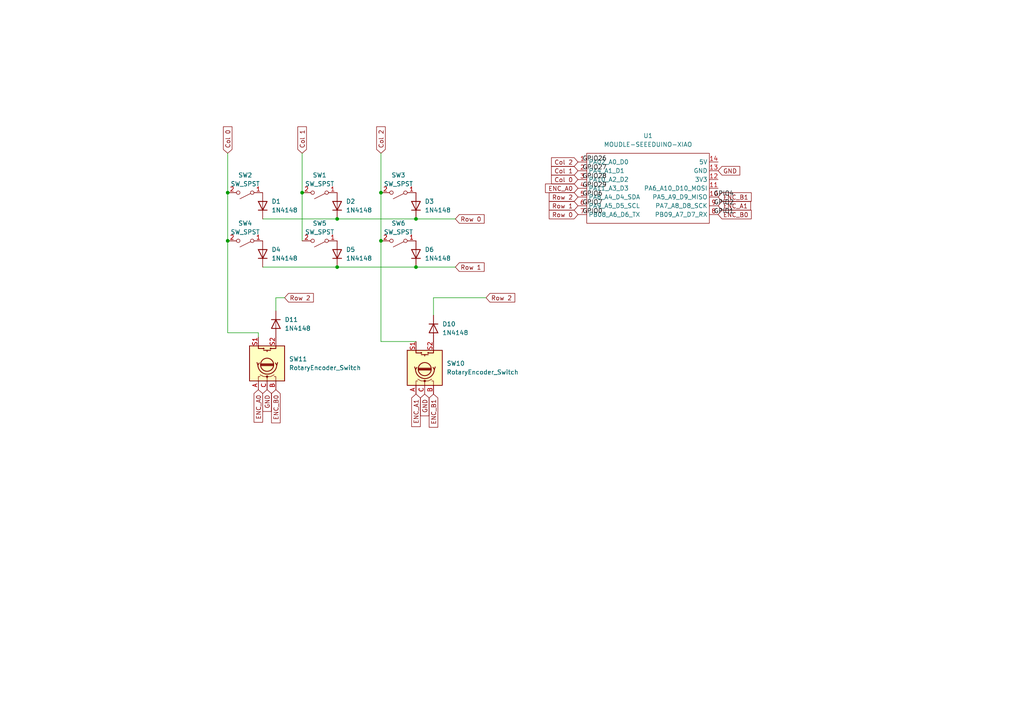
<source format=kicad_sch>
(kicad_sch (version 20230121) (generator eeschema)
  (paper "A4")
  (lib_symbols
    (symbol "Device:RotaryEncoder_Switch" (pin_names (offset 0.254) hide)
      (property "Reference" "SW" (at 0 6.604 0))
      (property "Value" "RotaryEncoder_Switch" (at 0 -6.604 0))
      (symbol "RotaryEncoder_Switch_0_1"
        (rectangle (start -5.08 5.08) (end 5.08 -5.08) (stroke (width 0.254)) (fill (type background)))
        (circle (center -3.81 0) (radius 0.254) (fill (type outline)))
        (circle (center -0.381 0) (radius 1.905) (stroke (width 0.254)))
        (arc (start -0.381 2.667) (mid -3.0988 -0.0635) (end -0.381 -2.794) (stroke (width 0.254)))
        (polyline (pts (xy -0.635 -1.778) (xy -0.635 1.778)) (stroke (width 0.254)))
        (polyline (pts (xy -0.381 -1.778) (xy -0.381 1.778)) (stroke (width 0.254)))
        (polyline (pts (xy -0.127 1.778) (xy -0.127 -1.778)) (stroke (width 0.254)))
        (polyline (pts (xy 3.81 0) (xy 3.429 0)) (stroke (width 0.254)))
        (polyline (pts (xy 3.81 1.016) (xy 3.81 -1.016)) (stroke (width 0.254)))
        (polyline (pts (xy -5.08 -2.54) (xy -3.81 -2.54) (xy -3.81 -2.032)))
        (polyline (pts (xy -5.08 2.54) (xy -3.81 2.54) (xy -3.81 2.032)))
        (polyline (pts (xy 0.254 -3.048) (xy -0.508 -2.794) (xy 0.127 -2.413)) (stroke (width 0.254)))
        (polyline (pts (xy 0.254 2.921) (xy -0.508 2.667) (xy 0.127 2.286)) (stroke (width 0.254)))
        (polyline (pts (xy 5.08 -2.54) (xy 4.318 -2.54) (xy 4.318 -1.016)) (stroke (width 0.254)))
        (polyline (pts (xy 5.08 2.54) (xy 4.318 2.54) (xy 4.318 1.016)) (stroke (width 0.254)))
        (polyline (pts (xy -5.08 0) (xy -3.81 0) (xy -3.81 -1.016) (xy -3.302 -2.032)))
        (polyline (pts (xy -4.318 0) (xy -3.81 0) (xy -3.81 1.016) (xy -3.302 2.032)))
        (circle (center 4.318 -1.016) (radius 0.127) (stroke (width 0.254)))
        (circle (center 4.318 1.016) (radius 0.127) (stroke (width 0.254)))
      )
      (symbol "RotaryEncoder_Switch_1_1"
        (pin passive line (at -7.62 2.54 0) (length 2.54) (name "A") (number "A"))
        (pin passive line (at -7.62 -2.54 0) (length 2.54) (name "B") (number "B"))
        (pin passive line (at -7.62 0 0) (length 2.54) (name "C") (number "C"))
        (pin passive line (at 7.62 2.54 180) (length 2.54) (name "S1") (number "S1"))
        (pin passive line (at 7.62 -2.54 180) (length 2.54) (name "S2") (number "S2"))
      )
    )
    (symbol "Diode:1N4148" (pin_numbers hide) (pin_names hide)
      (property "Reference" "D" (at 0 2.54 0))
      (property "Value" "1N4148" (at 0 -2.54 0))
      (symbol "1N4148_0_1"
        (polyline (pts (xy -1.27 1.27) (xy -1.27 -1.27)) (stroke (width 0.254)))
        (polyline (pts (xy 1.27 0) (xy -1.27 0)))
        (polyline (pts (xy 1.27 1.27) (xy 1.27 -1.27) (xy -1.27 0) (xy 1.27 1.27)) (stroke (width 0.254)))
      )
      (symbol "1N4148_1_1"
        (pin passive line (at -3.81 0 0) (length 2.54) (name "K") (number "1"))
        (pin passive line (at 3.81 0 180) (length 2.54) (name "A") (number "2"))
      )
    )
    (symbol "MacropadPCB:MOUDLE-SEEEDUINO-XIAO"
      (property "Reference" "U" (at -16.51 11.43 0))
      (property "Value" "MOUDLE-SEEEDUINO-XIAO" (at -3.81 -11.43 0))
      (symbol "MOUDLE-SEEEDUINO-XIAO_0_1"
        (rectangle (start -16.51 10.16) (end 19.05 -10.16))
      )
      (symbol "MOUDLE-SEEEDUINO-XIAO_1_1"
        (pin passive line (at -19.05 7.62 0) (length 2.54) (name "PA02_A0_D0") (number "1"))
        (pin passive line (at 21.59 -2.54 180) (length 2.54) (name "PA5_A9_D9_MISO") (number "10"))
        (pin passive line (at 21.59 0 180) (length 2.54) (name "PA6_A10_D10_MOSI") (number "11"))
        (pin passive line (at 21.59 2.54 180) (length 2.54) (name "3V3") (number "12"))
        (pin passive line (at 21.59 5.08 180) (length 2.54) (name "GND") (number "13"))
        (pin passive line (at 21.59 7.62 180) (length 2.54) (name "5V") (number "14"))
        (pin passive line (at -19.05 5.08 0) (length 2.54) (name "PA4_A1_D1") (number "2"))
        (pin passive line (at -19.05 2.54 0) (length 2.54) (name "PA10_A2_D2") (number "3"))
        (pin passive line (at -19.05 0 0) (length 2.54) (name "PA11_A3_D3") (number "4"))
        (pin passive line (at -19.05 -2.54 0) (length 2.54) (name "PA8_A4_D4_SDA") (number "5"))
        (pin passive line (at -19.05 -5.08 0) (length 2.54) (name "PA9_A5_D5_SCL") (number "6"))
        (pin passive line (at -19.05 -7.62 0) (length 2.54) (name "PB08_A6_D6_TX") (number "7"))
        (pin passive line (at 21.59 -7.62 180) (length 2.54) (name "PB09_A7_D7_RX") (number "8"))
        (pin passive line (at 21.59 -5.08 180) (length 2.54) (name "PA7_A8_D8_SCK") (number "9"))
      )
    )
    (symbol "Switch:SW_SPST" (pin_names (offset 0) hide)
      (property "Reference" "SW" (at 0 3.175 0))
      (property "Value" "SW_SPST" (at 0 -2.54 0))
      (symbol "SW_SPST_0_0"
        (circle (center -2.032 0) (radius 0.508))
        (polyline (pts (xy -1.524 0.254) (xy 1.524 1.778)))
        (circle (center 2.032 0) (radius 0.508))
      )
      (symbol "SW_SPST_1_1"
        (pin passive line (at -5.08 0 0) (length 2.54) (name "A") (number "1"))
        (pin passive line (at 5.08 0 180) (length 2.54) (name "B") (number "2"))
      )
    )
  )
  (junction (at 97.79 77.47))
  (junction (at 120.65 63.5))
  (junction (at 120.65 77.47))
  (junction (at 87.63 55.88))
  (junction (at 66.04 55.88))
  (junction (at 110.49 55.88))
  (junction (at 97.79 63.5))
  (junction (at 66.04 69.85))
  (junction (at 110.49 69.85))
  (wire (pts (xy 66.04 96.52) (xy 74.93 96.52)))
  (wire (pts (xy 76.2 63.5) (xy 97.79 63.5)))
  (wire (pts (xy 80.01 90.17) (xy 80.01 86.36)))
  (wire (pts (xy 97.79 77.47) (xy 120.65 77.47)))
  (wire (pts (xy 66.04 44.45) (xy 66.04 55.88)))
  (wire (pts (xy 66.04 55.88) (xy 66.04 69.85)))
  (wire (pts (xy 110.49 69.85) (xy 110.49 99.06)))
  (wire (pts (xy 120.65 63.5) (xy 132.08 63.5)))
  (wire (pts (xy 110.49 55.88) (xy 110.49 69.85)))
  (wire (pts (xy 125.73 91.44) (xy 125.73 86.36)))
  (wire (pts (xy 80.01 86.36) (xy 82.55 86.36)))
  (wire (pts (xy 120.65 77.47) (xy 132.08 77.47)))
  (wire (pts (xy 125.73 86.36) (xy 140.97 86.36)))
  (wire (pts (xy 110.49 99.06) (xy 120.65 99.06)))
  (wire (pts (xy 87.63 44.45) (xy 87.63 55.88)))
  (wire (pts (xy 74.93 96.52) (xy 74.93 97.79)))
  (wire (pts (xy 97.79 63.5) (xy 120.65 63.5)))
  (wire (pts (xy 66.04 69.85) (xy 66.04 96.52)))
  (wire (pts (xy 87.63 55.88) (xy 87.63 69.85)))
  (wire (pts (xy 110.49 44.45) (xy 110.49 55.88)))
  (wire (pts (xy 76.2 77.47) (xy 97.79 77.47)))
  (label "GPIO2" (at 207.01 59.69 0))
  (label "GPIO4" (at 207.01 57.15 0))
  (label "GPIO28" (at 168.91 52.07 0))
  (label "GPIO7" (at 168.91 59.69 0))
  (label "GPIO27" (at 168.91 49.53 0))
  (label "GPIO26" (at 168.91 46.99 0))
  (label "GPIO29" (at 168.91 54.61 0))
  (label "GPIO0" (at 168.91 62.23 0))
  (label "GPIO1" (at 207.01 62.23 0))
  (label "GPIO6" (at 168.91 57.15 0))
  (global_label "Row 0" (shape input) (at 132.08 63.5 0) (property "Intersheetrefs" "${INTERSHEET_REFS}" (effects hide)))
  (global_label "GND" (shape input) (at 77.47 113.03 270) (property "Intersheetrefs" "${INTERSHEET_REFS}" (effects hide)))
  (global_label "ENC_A0" (shape input) (at 74.93 113.03 270) (property "Intersheetrefs" "${INTERSHEET_REFS}" (effects hide)))
  (global_label "GND" (shape input) (at 208.28 49.53 0) (property "Intersheetrefs" "${INTERSHEET_REFS}" (effects hide)))
  (global_label "ENC_A0" (shape input) (at 167.64 54.61 180) (property "Intersheetrefs" "${INTERSHEET_REFS}" (effects hide)))
  (global_label "Col 1" (shape input) (at 167.64 49.53 180) (property "Intersheetrefs" "${INTERSHEET_REFS}" (effects hide)))
  (global_label "ENC_A1" (shape input) (at 208.28 59.69 0) (property "Intersheetrefs" "${INTERSHEET_REFS}" (effects hide)))
  (global_label "Col 0" (shape input) (at 66.04 44.45 90) (property "Intersheetrefs" "${INTERSHEET_REFS}" (effects hide)))
  (global_label "Row 0" (shape input) (at 167.64 62.23 180) (property "Intersheetrefs" "${INTERSHEET_REFS}" (effects hide)))
  (global_label "Col 0" (shape input) (at 167.64 52.07 180) (property "Intersheetrefs" "${INTERSHEET_REFS}" (effects hide)))
  (global_label "ENC_B0" (shape input) (at 80.01 113.03 270) (property "Intersheetrefs" "${INTERSHEET_REFS}" (effects hide)))
  (global_label "Row 2" (shape input) (at 140.97 86.36 0) (property "Intersheetrefs" "${INTERSHEET_REFS}" (effects hide)))
  (global_label "Col 1" (shape input) (at 87.63 44.45 90) (property "Intersheetrefs" "${INTERSHEET_REFS}" (effects hide)))
  (global_label "Col 2" (shape input) (at 167.64 46.99 180) (property "Intersheetrefs" "${INTERSHEET_REFS}" (effects hide)))
  (global_label "Row 1" (shape input) (at 167.64 59.69 180) (property "Intersheetrefs" "${INTERSHEET_REFS}" (effects hide)))
  (global_label "ENC_B0" (shape input) (at 208.28 62.23 0) (property "Intersheetrefs" "${INTERSHEET_REFS}" (effects hide)))
  (global_label "GND" (shape input) (at 123.19 114.3 270) (property "Intersheetrefs" "${INTERSHEET_REFS}" (effects hide)))
  (global_label "Row 2" (shape input) (at 82.55 86.36 0) (property "Intersheetrefs" "${INTERSHEET_REFS}" (effects hide)))
  (global_label "ENC_B1" (shape input) (at 208.28 57.15 0) (property "Intersheetrefs" "${INTERSHEET_REFS}" (effects hide)))
  (global_label "Row 1" (shape input) (at 132.08 77.47 0) (property "Intersheetrefs" "${INTERSHEET_REFS}" (effects hide)))
  (global_label "Row 2" (shape input) (at 167.64 57.15 180) (property "Intersheetrefs" "${INTERSHEET_REFS}" (effects hide)))
  (global_label "Col 2" (shape input) (at 110.49 44.45 90) (property "Intersheetrefs" "${INTERSHEET_REFS}" (effects hide)))
  (global_label "ENC_B1" (shape input) (at 125.73 114.3 270) (property "Intersheetrefs" "${INTERSHEET_REFS}" (effects hide)))
  (global_label "ENC_A1" (shape input) (at 120.65 114.3 270) (property "Intersheetrefs" "${INTERSHEET_REFS}" (effects hide)))
  (symbol (lib_id "Switch:SW_SPST") (at 92.71 69.85 180) (unit 1)
    (property "Reference" "SW5" (at 92.71 64.77 0))
    (property "Value" "SW_SPST" (at 92.71 67.31 0))
    (property "Footprint" "Button_Switch_Keyboard:SW_Cherry_MX_1.00u_PCB" (effects hide))
  )
  (symbol (lib_id "Diode:1N4148") (at 76.2 59.69 90) (unit 1)
    (property "Reference" "D1" (at 78.74 58.42 90) (effects (justify right)))
    (property "Value" "1N4148" (at 78.74 60.96 90) (effects (justify right)))
    (property "Footprint" "Diode_THT:D_DO-35_SOD27_P7.62mm_Horizontal" (effects hide))
    (property "Datasheet" "https://assets.nexperia.com/documents/data-sheet/1N4148_1N4448.pdf" (effects hide))
    (property "Sim.Device" "D" (effects hide))
    (property "Sim.Pins" "1=K 2=A" (effects hide))
  )
  (symbol (lib_id "Switch:SW_SPST") (at 71.12 69.85 180) (unit 1)
    (property "Reference" "SW4" (at 71.12 64.77 0))
    (property "Value" "SW_SPST" (at 71.12 67.31 0))
    (property "Footprint" "Button_Switch_Keyboard:SW_Cherry_MX_1.00u_PCB" (effects hide))
  )
  (symbol (lib_id "Device:RotaryEncoder_Switch") (at 77.47 105.41 90) (unit 1)
    (property "Reference" "SW11" (at 83.82 104.14 90) (effects (justify right)))
    (property "Value" "RotaryEncoder_Switch" (at 83.82 106.68 90) (effects (justify right)))
    (property "Footprint" "Rotary_Encoder:RotaryEncoder_Alps_EC11E-Switch_Vertical_H20mm" (effects hide))
  )
  (symbol (lib_id "Diode:1N4148") (at 120.65 59.69 90) (unit 1)
    (property "Reference" "D3" (at 123.19 58.42 90) (effects (justify right)))
    (property "Value" "1N4148" (at 123.19 60.96 90) (effects (justify right)))
    (property "Footprint" "Diode_THT:D_DO-35_SOD27_P7.62mm_Horizontal" (effects hide))
    (property "Datasheet" "https://assets.nexperia.com/documents/data-sheet/1N4148_1N4448.pdf" (effects hide))
    (property "Sim.Device" "D" (effects hide))
    (property "Sim.Pins" "1=K 2=A" (effects hide))
  )
  (symbol (lib_id "Switch:SW_SPST") (at 115.57 69.85 180) (unit 1)
    (property "Reference" "SW6" (at 115.57 64.77 0))
    (property "Value" "SW_SPST" (at 115.57 67.31 0))
    (property "Footprint" "Button_Switch_Keyboard:SW_Cherry_MX_1.00u_PCB" (effects hide))
  )
  (symbol (lib_id "MacropadPCB:MOUDLE-SEEEDUINO-XIAO") (at 186.69 54.61 0) (unit 1)
    (property "Reference" "U1" (at 187.96 39.37 0))
    (property "Value" "MOUDLE-SEEEDUINO-XIAO" (at 187.96 41.91 0))
    (property "Footprint" "MacropadPCB:MOUDLE14P-SMD-2.54-21X17.8MM" (effects hide))
  )
  (symbol (lib_id "Diode:1N4148") (at 125.73 95.25 270) (unit 1)
    (property "Reference" "D10" (at 128.27 93.98 90) (effects (justify left)))
    (property "Value" "1N4148" (at 128.27 96.52 90) (effects (justify left)))
    (property "Footprint" "Diode_THT:D_DO-35_SOD27_P7.62mm_Horizontal" (effects hide))
    (property "Datasheet" "https://assets.nexperia.com/documents/data-sheet/1N4148_1N4448.pdf" (effects hide))
    (property "Sim.Device" "D" (effects hide))
    (property "Sim.Pins" "1=K 2=A" (effects hide))
  )
  (symbol (lib_id "Diode:1N4148") (at 97.79 73.66 90) (unit 1)
    (property "Reference" "D5" (at 100.33 72.39 90) (effects (justify right)))
    (property "Value" "1N4148" (at 100.33 74.93 90) (effects (justify right)))
    (property "Footprint" "Diode_THT:D_DO-35_SOD27_P7.62mm_Horizontal" (effects hide))
    (property "Datasheet" "https://assets.nexperia.com/documents/data-sheet/1N4148_1N4448.pdf" (effects hide))
    (property "Sim.Device" "D" (effects hide))
    (property "Sim.Pins" "1=K 2=A" (effects hide))
  )
  (symbol (lib_id "Switch:SW_SPST") (at 92.71 55.88 180) (unit 1)
    (property "Reference" "SW1" (at 92.71 50.8 0))
    (property "Value" "SW_SPST" (at 92.71 53.34 0))
    (property "Footprint" "Button_Switch_Keyboard:SW_Cherry_MX_1.00u_PCB" (effects hide))
  )
  (symbol (lib_id "Diode:1N4148") (at 97.79 59.69 90) (unit 1)
    (property "Reference" "D2" (at 100.33 58.42 90) (effects (justify right)))
    (property "Value" "1N4148" (at 100.33 60.96 90) (effects (justify right)))
    (property "Footprint" "Diode_THT:D_DO-35_SOD27_P7.62mm_Horizontal" (effects hide))
    (property "Datasheet" "https://assets.nexperia.com/documents/data-sheet/1N4148_1N4448.pdf" (effects hide))
    (property "Sim.Device" "D" (effects hide))
    (property "Sim.Pins" "1=K 2=A" (effects hide))
  )
  (symbol (lib_id "Diode:1N4148") (at 76.2 73.66 90) (unit 1)
    (property "Reference" "D4" (at 78.74 72.39 90) (effects (justify right)))
    (property "Value" "1N4148" (at 78.74 74.93 90) (effects (justify right)))
    (property "Footprint" "Diode_THT:D_DO-35_SOD27_P7.62mm_Horizontal" (effects hide))
    (property "Datasheet" "https://assets.nexperia.com/documents/data-sheet/1N4148_1N4448.pdf" (effects hide))
    (property "Sim.Device" "D" (effects hide))
    (property "Sim.Pins" "1=K 2=A" (effects hide))
  )
  (symbol (lib_id "Switch:SW_SPST") (at 115.57 55.88 180) (unit 1)
    (property "Reference" "SW3" (at 115.57 50.8 0))
    (property "Value" "SW_SPST" (at 115.57 53.34 0))
    (property "Footprint" "Button_Switch_Keyboard:SW_Cherry_MX_1.00u_PCB" (effects hide))
  )
  (symbol (lib_id "Switch:SW_SPST") (at 71.12 55.88 180) (unit 1)
    (property "Reference" "SW2" (at 71.12 50.8 0))
    (property "Value" "SW_SPST" (at 71.12 53.34 0))
    (property "Footprint" "Button_Switch_Keyboard:SW_Cherry_MX_1.00u_PCB" (effects hide))
  )
  (symbol (lib_id "Diode:1N4148") (at 120.65 73.66 90) (unit 1)
    (property "Reference" "D6" (at 123.19 72.39 90) (effects (justify right)))
    (property "Value" "1N4148" (at 123.19 74.93 90) (effects (justify right)))
    (property "Footprint" "Diode_THT:D_DO-35_SOD27_P7.62mm_Horizontal" (effects hide))
    (property "Datasheet" "https://assets.nexperia.com/documents/data-sheet/1N4148_1N4448.pdf" (effects hide))
    (property "Sim.Device" "D" (effects hide))
    (property "Sim.Pins" "1=K 2=A" (effects hide))
  )
  (symbol (lib_id "Device:RotaryEncoder_Switch") (at 123.19 106.68 90) (unit 1)
    (property "Reference" "SW10" (at 129.54 105.41 90) (effects (justify right)))
    (property "Value" "RotaryEncoder_Switch" (at 129.54 107.95 90) (effects (justify right)))
    (property "Footprint" "Rotary_Encoder:RotaryEncoder_Alps_EC11E-Switch_Vertical_H20mm" (effects hide))
  )
  (symbol (lib_id "Diode:1N4148") (at 80.01 93.98 270) (unit 1)
    (property "Reference" "D11" (at 82.55 92.71 90) (effects (justify left)))
    (property "Value" "1N4148" (at 82.55 95.25 90) (effects (justify left)))
    (property "Footprint" "Diode_THT:D_DO-35_SOD27_P7.62mm_Horizontal" (effects hide))
    (property "Datasheet" "https://assets.nexperia.com/documents/data-sheet/1N4148_1N4448.pdf" (effects hide))
    (property "Sim.Device" "D" (effects hide))
    (property "Sim.Pins" "1=K 2=A" (effects hide))
  )
)
</source>
